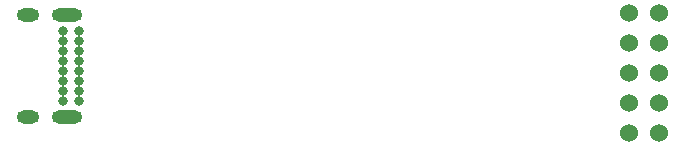
<source format=gbr>
%TF.GenerationSoftware,KiCad,Pcbnew,9.0.3*%
%TF.CreationDate,2025-07-20T22:32:55-06:00*%
%TF.ProjectId,bare_mega_1284,62617265-5f6d-4656-9761-5f313238342e,rev?*%
%TF.SameCoordinates,Original*%
%TF.FileFunction,Soldermask,Bot*%
%TF.FilePolarity,Negative*%
%FSLAX46Y46*%
G04 Gerber Fmt 4.6, Leading zero omitted, Abs format (unit mm)*
G04 Created by KiCad (PCBNEW 9.0.3) date 2025-07-20 22:32:55*
%MOMM*%
%LPD*%
G01*
G04 APERTURE LIST*
%ADD10C,0.800000*%
%ADD11O,1.904000X1.104000*%
%ADD12O,2.604000X1.104000*%
%ADD13C,1.524000*%
G04 APERTURE END LIST*
D10*
%TO.C,J1*%
X121860000Y-95675000D03*
X121860000Y-96525000D03*
X121860000Y-97375000D03*
X121860000Y-98225000D03*
X121860000Y-99075000D03*
X121860000Y-99925000D03*
X121860000Y-100775000D03*
X121860000Y-101625000D03*
X120510000Y-101625000D03*
X120510000Y-100775000D03*
X120510000Y-99925000D03*
X120510000Y-99075000D03*
X120510000Y-98225000D03*
X120510000Y-97375000D03*
X120510000Y-96525000D03*
X120510000Y-95675000D03*
D11*
X117500000Y-94325000D03*
X117500000Y-102975000D03*
D12*
X120880000Y-94325000D03*
X120880000Y-102975000D03*
%TD*%
D13*
%TO.C,CON1*%
X168410000Y-94140000D03*
X170950000Y-94140000D03*
X168410000Y-96680000D03*
X170950000Y-96680000D03*
X168410000Y-99220000D03*
X170950000Y-99220000D03*
X168410000Y-101760000D03*
X170950000Y-101760000D03*
X168410000Y-104300000D03*
X170950000Y-104300000D03*
%TD*%
M02*

</source>
